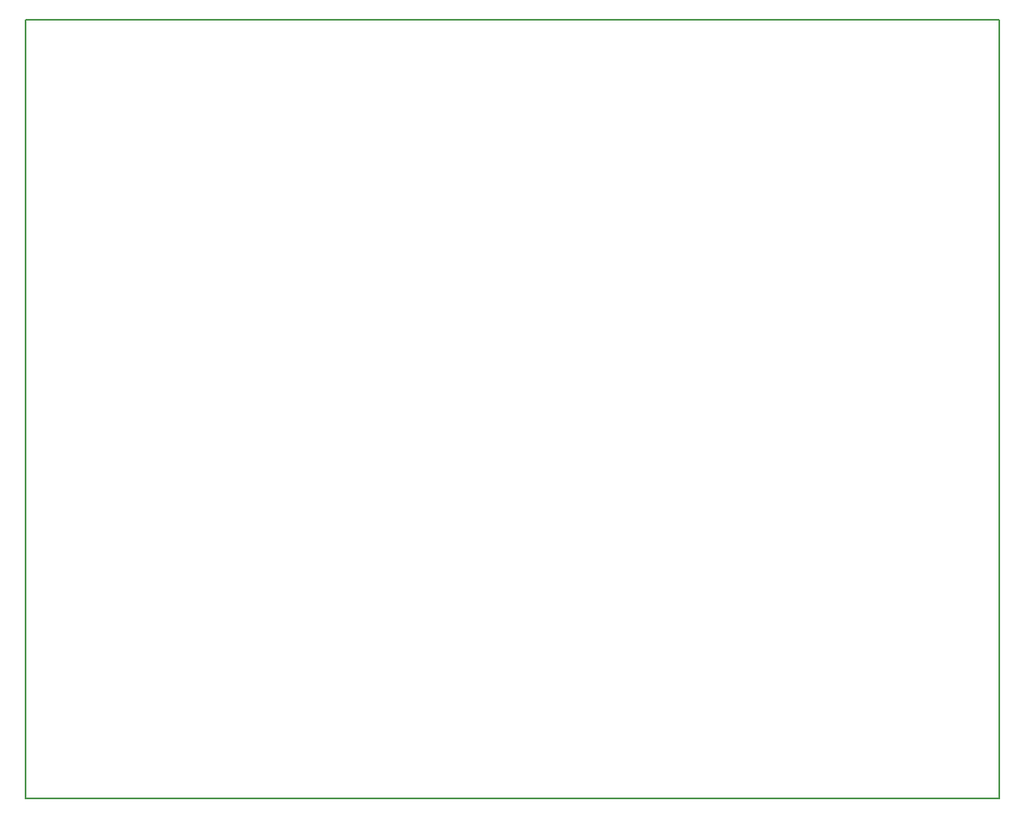
<source format=gbr>
%TF.GenerationSoftware,KiCad,Pcbnew,7.0.1-0*%
%TF.CreationDate,2023-04-01T19:34:20-07:00*%
%TF.ProjectId,1.0,312e302e-6b69-4636-9164-5f7063625858,rev?*%
%TF.SameCoordinates,Original*%
%TF.FileFunction,Profile,NP*%
%FSLAX46Y46*%
G04 Gerber Fmt 4.6, Leading zero omitted, Abs format (unit mm)*
G04 Created by KiCad (PCBNEW 7.0.1-0) date 2023-04-01 19:34:20*
%MOMM*%
%LPD*%
G01*
G04 APERTURE LIST*
%TA.AperFunction,Profile*%
%ADD10C,0.200000*%
%TD*%
G04 APERTURE END LIST*
D10*
X150000000Y-100000000D02*
X250000000Y-100000000D01*
X250000000Y-180000000D01*
X150000000Y-180000000D01*
X150000000Y-100000000D01*
M02*

</source>
